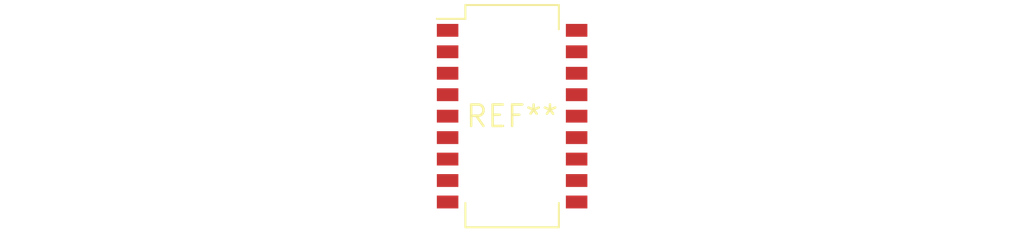
<source format=kicad_pcb>
(kicad_pcb (version 20240108) (generator pcbnew)
  (layers (0 "F.Cu" signal) (31 "B.Cu" signal) (34 "B.Paste" user) (35 "F.Paste" user) (36 "B.SilkS" user "B.Silkscreen") (37 "F.SilkS" user "F.Silkscreen") (38 "B.Mask" user) (39 "F.Mask" user) (44 "Edge.Cuts" user))
  (net 0 "")
  (footprint "SW_DIP_SPSTx09_Slide_KingTek_DSHP09TS_W7.62mm_P1.27mm" (layer "F.Cu") (at 0 0)
    (property "Reference" "REF**")
    (property "Value" "SW_DIP_SPSTx09_Slide_KingTek_DSHP09TS_W7.62mm_P1.27mm")
    (fp_line (start -4.446 -5.76) (end -2.76 -5.76) (layer "F.SilkS") (stroke (width 0.12)))
    (fp_line (start -2.76 -6.576) (end -2.76 -5.76) (layer "F.SilkS") (stroke (width 0.12)))
    (fp_line (start -2.76 -6.576) (end 2.76 -6.576) (layer "F.SilkS") (stroke (width 0.12)))
    (fp_line (start -2.76 5.14) (end -2.76 6.575) (layer "F.SilkS") (stroke (width 0.12)))
    (fp_line (start -2.76 6.575) (end 2.76 6.575) (layer "F.SilkS") (stroke (width 0.12)))
    (fp_line (start 2.76 -6.576) (end 2.76 -5.141) (layer "F.SilkS") (stroke (width 0.12)))
    (fp_line (start 2.76 5.14) (end 2.76 6.575) (layer "F.SilkS") (stroke (width 0.12)))
    (pad "1" smd rect (at -3.81 -5.08) (size 1.27 0.76) (layers "F.Cu" "F.Paste" "F.Mask"))
    (pad "2" smd rect (at -3.81 -3.81) (size 1.27 0.76) (layers "F.Cu" "F.Paste" "F.Mask"))
    (pad "3" smd rect (at -3.81 -2.54) (size 1.27 0.76) (layers "F.Cu" "F.Paste" "F.Mask"))
    (pad "4" smd rect (at -3.81 -1.27) (size 1.27 0.76) (layers "F.Cu" "F.Paste" "F.Mask"))
    (pad "5" smd rect (at -3.81 0) (size 1.27 0.76) (layers "F.Cu" "F.Paste" "F.Mask"))
    (pad "6" smd rect (at -3.81 1.27) (size 1.27 0.76) (layers "F.Cu" "F.Paste" "F.Mask"))
    (pad "7" smd rect (at -3.81 2.54) (size 1.27 0.76) (layers "F.Cu" "F.Paste" "F.Mask"))
    (pad "8" smd rect (at -3.81 3.81) (size 1.27 0.76) (layers "F.Cu" "F.Paste" "F.Mask"))
    (pad "9" smd rect (at -3.81 5.08) (size 1.27 0.76) (layers "F.Cu" "F.Paste" "F.Mask"))
    (pad "10" smd rect (at 3.81 5.08) (size 1.27 0.76) (layers "F.Cu" "F.Paste" "F.Mask"))
    (pad "11" smd rect (at 3.81 3.81) (size 1.27 0.76) (layers "F.Cu" "F.Paste" "F.Mask"))
    (pad "12" smd rect (at 3.81 2.54) (size 1.27 0.76) (layers "F.Cu" "F.Paste" "F.Mask"))
    (pad "13" smd rect (at 3.81 1.27) (size 1.27 0.76) (layers "F.Cu" "F.Paste" "F.Mask"))
    (pad "14" smd rect (at 3.81 0) (size 1.27 0.76) (layers "F.Cu" "F.Paste" "F.Mask"))
    (pad "15" smd rect (at 3.81 -1.27) (size 1.27 0.76) (layers "F.Cu" "F.Paste" "F.Mask"))
    (pad "16" smd rect (at 3.81 -2.54) (size 1.27 0.76) (layers "F.Cu" "F.Paste" "F.Mask"))
    (pad "17" smd rect (at 3.81 -3.81) (size 1.27 0.76) (layers "F.Cu" "F.Paste" "F.Mask"))
    (pad "18" smd rect (at 3.81 -5.08) (size 1.27 0.76) (layers "F.Cu" "F.Paste" "F.Mask"))
  )
)
</source>
